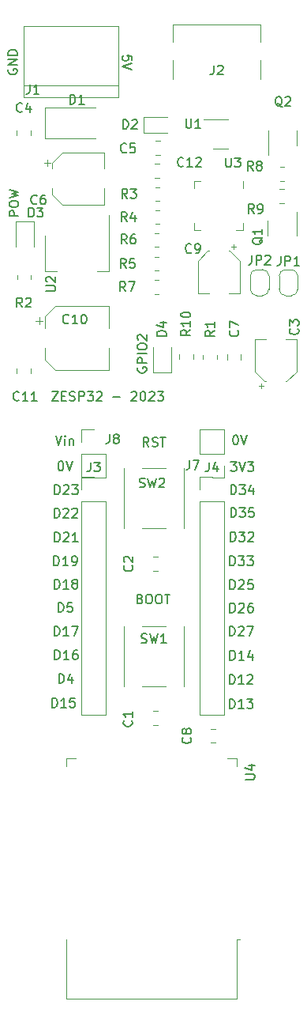
<source format=gbr>
%TF.GenerationSoftware,KiCad,Pcbnew,(6.0.11-0)*%
%TF.CreationDate,2023-11-09T08:58:10+01:00*%
%TF.ProjectId,ZESP32,5a455350-3332-42e6-9b69-6361645f7063,rev?*%
%TF.SameCoordinates,Original*%
%TF.FileFunction,Legend,Top*%
%TF.FilePolarity,Positive*%
%FSLAX46Y46*%
G04 Gerber Fmt 4.6, Leading zero omitted, Abs format (unit mm)*
G04 Created by KiCad (PCBNEW (6.0.11-0)) date 2023-11-09 08:58:10*
%MOMM*%
%LPD*%
G01*
G04 APERTURE LIST*
%ADD10C,0.150000*%
%ADD11C,0.120000*%
G04 APERTURE END LIST*
D10*
X97353380Y-89419380D02*
X97020047Y-88943190D01*
X96781952Y-89419380D02*
X96781952Y-88419380D01*
X97162904Y-88419380D01*
X97258142Y-88467000D01*
X97305761Y-88514619D01*
X97353380Y-88609857D01*
X97353380Y-88752714D01*
X97305761Y-88847952D01*
X97258142Y-88895571D01*
X97162904Y-88943190D01*
X96781952Y-88943190D01*
X97734333Y-89371761D02*
X97877190Y-89419380D01*
X98115285Y-89419380D01*
X98210523Y-89371761D01*
X98258142Y-89324142D01*
X98305761Y-89228904D01*
X98305761Y-89133666D01*
X98258142Y-89038428D01*
X98210523Y-88990809D01*
X98115285Y-88943190D01*
X97924809Y-88895571D01*
X97829571Y-88847952D01*
X97781952Y-88800333D01*
X97734333Y-88705095D01*
X97734333Y-88609857D01*
X97781952Y-88514619D01*
X97829571Y-88467000D01*
X97924809Y-88419380D01*
X98162904Y-88419380D01*
X98305761Y-88467000D01*
X98591476Y-88419380D02*
X99162904Y-88419380D01*
X98877190Y-89419380D02*
X98877190Y-88419380D01*
X96432857Y-105719571D02*
X96575714Y-105767190D01*
X96623333Y-105814809D01*
X96670952Y-105910047D01*
X96670952Y-106052904D01*
X96623333Y-106148142D01*
X96575714Y-106195761D01*
X96480476Y-106243380D01*
X96099523Y-106243380D01*
X96099523Y-105243380D01*
X96432857Y-105243380D01*
X96528095Y-105291000D01*
X96575714Y-105338619D01*
X96623333Y-105433857D01*
X96623333Y-105529095D01*
X96575714Y-105624333D01*
X96528095Y-105671952D01*
X96432857Y-105719571D01*
X96099523Y-105719571D01*
X97290000Y-105243380D02*
X97480476Y-105243380D01*
X97575714Y-105291000D01*
X97670952Y-105386238D01*
X97718571Y-105576714D01*
X97718571Y-105910047D01*
X97670952Y-106100523D01*
X97575714Y-106195761D01*
X97480476Y-106243380D01*
X97290000Y-106243380D01*
X97194761Y-106195761D01*
X97099523Y-106100523D01*
X97051904Y-105910047D01*
X97051904Y-105576714D01*
X97099523Y-105386238D01*
X97194761Y-105291000D01*
X97290000Y-105243380D01*
X98337619Y-105243380D02*
X98528095Y-105243380D01*
X98623333Y-105291000D01*
X98718571Y-105386238D01*
X98766190Y-105576714D01*
X98766190Y-105910047D01*
X98718571Y-106100523D01*
X98623333Y-106195761D01*
X98528095Y-106243380D01*
X98337619Y-106243380D01*
X98242380Y-106195761D01*
X98147142Y-106100523D01*
X98099523Y-105910047D01*
X98099523Y-105576714D01*
X98147142Y-105386238D01*
X98242380Y-105291000D01*
X98337619Y-105243380D01*
X99051904Y-105243380D02*
X99623333Y-105243380D01*
X99337619Y-106243380D02*
X99337619Y-105243380D01*
X87279314Y-112212380D02*
X87279314Y-111212380D01*
X87517409Y-111212380D01*
X87660266Y-111260000D01*
X87755504Y-111355238D01*
X87803123Y-111450476D01*
X87850742Y-111640952D01*
X87850742Y-111783809D01*
X87803123Y-111974285D01*
X87755504Y-112069523D01*
X87660266Y-112164761D01*
X87517409Y-112212380D01*
X87279314Y-112212380D01*
X88803123Y-112212380D02*
X88231695Y-112212380D01*
X88517409Y-112212380D02*
X88517409Y-111212380D01*
X88422171Y-111355238D01*
X88326933Y-111450476D01*
X88231695Y-111498095D01*
X89660266Y-111212380D02*
X89469790Y-111212380D01*
X89374552Y-111260000D01*
X89326933Y-111307619D01*
X89231695Y-111450476D01*
X89184076Y-111640952D01*
X89184076Y-112021904D01*
X89231695Y-112117142D01*
X89279314Y-112164761D01*
X89374552Y-112212380D01*
X89565028Y-112212380D01*
X89660266Y-112164761D01*
X89707885Y-112117142D01*
X89755504Y-112021904D01*
X89755504Y-111783809D01*
X89707885Y-111688571D01*
X89660266Y-111640952D01*
X89565028Y-111593333D01*
X89374552Y-111593333D01*
X89279314Y-111640952D01*
X89231695Y-111688571D01*
X89184076Y-111783809D01*
X106075314Y-112263180D02*
X106075314Y-111263180D01*
X106313409Y-111263180D01*
X106456266Y-111310800D01*
X106551504Y-111406038D01*
X106599123Y-111501276D01*
X106646742Y-111691752D01*
X106646742Y-111834609D01*
X106599123Y-112025085D01*
X106551504Y-112120323D01*
X106456266Y-112215561D01*
X106313409Y-112263180D01*
X106075314Y-112263180D01*
X107599123Y-112263180D02*
X107027695Y-112263180D01*
X107313409Y-112263180D02*
X107313409Y-111263180D01*
X107218171Y-111406038D01*
X107122933Y-111501276D01*
X107027695Y-111548895D01*
X108456266Y-111596514D02*
X108456266Y-112263180D01*
X108218171Y-111215561D02*
X107980076Y-111929847D01*
X108599123Y-111929847D01*
X106075314Y-102153980D02*
X106075314Y-101153980D01*
X106313409Y-101153980D01*
X106456266Y-101201600D01*
X106551504Y-101296838D01*
X106599123Y-101392076D01*
X106646742Y-101582552D01*
X106646742Y-101725409D01*
X106599123Y-101915885D01*
X106551504Y-102011123D01*
X106456266Y-102106361D01*
X106313409Y-102153980D01*
X106075314Y-102153980D01*
X106980076Y-101153980D02*
X107599123Y-101153980D01*
X107265790Y-101534933D01*
X107408647Y-101534933D01*
X107503885Y-101582552D01*
X107551504Y-101630171D01*
X107599123Y-101725409D01*
X107599123Y-101963504D01*
X107551504Y-102058742D01*
X107503885Y-102106361D01*
X107408647Y-102153980D01*
X107122933Y-102153980D01*
X107027695Y-102106361D01*
X106980076Y-102058742D01*
X107932457Y-101153980D02*
X108551504Y-101153980D01*
X108218171Y-101534933D01*
X108361028Y-101534933D01*
X108456266Y-101582552D01*
X108503885Y-101630171D01*
X108551504Y-101725409D01*
X108551504Y-101963504D01*
X108503885Y-102058742D01*
X108456266Y-102106361D01*
X108361028Y-102153980D01*
X108075314Y-102153980D01*
X107980076Y-102106361D01*
X107932457Y-102058742D01*
X87177714Y-102153980D02*
X87177714Y-101153980D01*
X87415809Y-101153980D01*
X87558666Y-101201600D01*
X87653904Y-101296838D01*
X87701523Y-101392076D01*
X87749142Y-101582552D01*
X87749142Y-101725409D01*
X87701523Y-101915885D01*
X87653904Y-102011123D01*
X87558666Y-102106361D01*
X87415809Y-102153980D01*
X87177714Y-102153980D01*
X88701523Y-102153980D02*
X88130095Y-102153980D01*
X88415809Y-102153980D02*
X88415809Y-101153980D01*
X88320571Y-101296838D01*
X88225333Y-101392076D01*
X88130095Y-101439695D01*
X89177714Y-102153980D02*
X89368190Y-102153980D01*
X89463428Y-102106361D01*
X89511047Y-102058742D01*
X89606285Y-101915885D01*
X89653904Y-101725409D01*
X89653904Y-101344457D01*
X89606285Y-101249219D01*
X89558666Y-101201600D01*
X89463428Y-101153980D01*
X89272952Y-101153980D01*
X89177714Y-101201600D01*
X89130095Y-101249219D01*
X89082476Y-101344457D01*
X89082476Y-101582552D01*
X89130095Y-101677790D01*
X89177714Y-101725409D01*
X89272952Y-101773028D01*
X89463428Y-101773028D01*
X89558666Y-101725409D01*
X89606285Y-101677790D01*
X89653904Y-101582552D01*
X87228514Y-97023180D02*
X87228514Y-96023180D01*
X87466609Y-96023180D01*
X87609466Y-96070800D01*
X87704704Y-96166038D01*
X87752323Y-96261276D01*
X87799942Y-96451752D01*
X87799942Y-96594609D01*
X87752323Y-96785085D01*
X87704704Y-96880323D01*
X87609466Y-96975561D01*
X87466609Y-97023180D01*
X87228514Y-97023180D01*
X88180895Y-96118419D02*
X88228514Y-96070800D01*
X88323752Y-96023180D01*
X88561847Y-96023180D01*
X88657085Y-96070800D01*
X88704704Y-96118419D01*
X88752323Y-96213657D01*
X88752323Y-96308895D01*
X88704704Y-96451752D01*
X88133276Y-97023180D01*
X88752323Y-97023180D01*
X89133276Y-96118419D02*
X89180895Y-96070800D01*
X89276133Y-96023180D01*
X89514228Y-96023180D01*
X89609466Y-96070800D01*
X89657085Y-96118419D01*
X89704704Y-96213657D01*
X89704704Y-96308895D01*
X89657085Y-96451752D01*
X89085657Y-97023180D01*
X89704704Y-97023180D01*
X87865009Y-90993980D02*
X87960247Y-90993980D01*
X88055485Y-91041600D01*
X88103104Y-91089219D01*
X88150723Y-91184457D01*
X88198342Y-91374933D01*
X88198342Y-91613028D01*
X88150723Y-91803504D01*
X88103104Y-91898742D01*
X88055485Y-91946361D01*
X87960247Y-91993980D01*
X87865009Y-91993980D01*
X87769771Y-91946361D01*
X87722152Y-91898742D01*
X87674533Y-91803504D01*
X87626914Y-91613028D01*
X87626914Y-91374933D01*
X87674533Y-91184457D01*
X87722152Y-91089219D01*
X87769771Y-91041600D01*
X87865009Y-90993980D01*
X88484057Y-90993980D02*
X88817390Y-91993980D01*
X89150723Y-90993980D01*
X82304000Y-49021904D02*
X82256380Y-49117142D01*
X82256380Y-49260000D01*
X82304000Y-49402857D01*
X82399238Y-49498095D01*
X82494476Y-49545714D01*
X82684952Y-49593333D01*
X82827809Y-49593333D01*
X83018285Y-49545714D01*
X83113523Y-49498095D01*
X83208761Y-49402857D01*
X83256380Y-49260000D01*
X83256380Y-49164761D01*
X83208761Y-49021904D01*
X83161142Y-48974285D01*
X82827809Y-48974285D01*
X82827809Y-49164761D01*
X83256380Y-48545714D02*
X82256380Y-48545714D01*
X83256380Y-47974285D01*
X82256380Y-47974285D01*
X83256380Y-47498095D02*
X82256380Y-47498095D01*
X82256380Y-47260000D01*
X82304000Y-47117142D01*
X82399238Y-47021904D01*
X82494476Y-46974285D01*
X82684952Y-46926666D01*
X82827809Y-46926666D01*
X83018285Y-46974285D01*
X83113523Y-47021904D01*
X83208761Y-47117142D01*
X83256380Y-47260000D01*
X83256380Y-47498095D01*
X87279314Y-99613980D02*
X87279314Y-98613980D01*
X87517409Y-98613980D01*
X87660266Y-98661600D01*
X87755504Y-98756838D01*
X87803123Y-98852076D01*
X87850742Y-99042552D01*
X87850742Y-99185409D01*
X87803123Y-99375885D01*
X87755504Y-99471123D01*
X87660266Y-99566361D01*
X87517409Y-99613980D01*
X87279314Y-99613980D01*
X88231695Y-98709219D02*
X88279314Y-98661600D01*
X88374552Y-98613980D01*
X88612647Y-98613980D01*
X88707885Y-98661600D01*
X88755504Y-98709219D01*
X88803123Y-98804457D01*
X88803123Y-98899695D01*
X88755504Y-99042552D01*
X88184076Y-99613980D01*
X88803123Y-99613980D01*
X89755504Y-99613980D02*
X89184076Y-99613980D01*
X89469790Y-99613980D02*
X89469790Y-98613980D01*
X89374552Y-98756838D01*
X89279314Y-98852076D01*
X89184076Y-98899695D01*
X106024514Y-117444780D02*
X106024514Y-116444780D01*
X106262609Y-116444780D01*
X106405466Y-116492400D01*
X106500704Y-116587638D01*
X106548323Y-116682876D01*
X106595942Y-116873352D01*
X106595942Y-117016209D01*
X106548323Y-117206685D01*
X106500704Y-117301923D01*
X106405466Y-117397161D01*
X106262609Y-117444780D01*
X106024514Y-117444780D01*
X107548323Y-117444780D02*
X106976895Y-117444780D01*
X107262609Y-117444780D02*
X107262609Y-116444780D01*
X107167371Y-116587638D01*
X107072133Y-116682876D01*
X106976895Y-116730495D01*
X107881657Y-116444780D02*
X108500704Y-116444780D01*
X108167371Y-116825733D01*
X108310228Y-116825733D01*
X108405466Y-116873352D01*
X108453085Y-116920971D01*
X108500704Y-117016209D01*
X108500704Y-117254304D01*
X108453085Y-117349542D01*
X108405466Y-117397161D01*
X108310228Y-117444780D01*
X108024514Y-117444780D01*
X107929276Y-117397161D01*
X107881657Y-117349542D01*
X106075314Y-104693980D02*
X106075314Y-103693980D01*
X106313409Y-103693980D01*
X106456266Y-103741600D01*
X106551504Y-103836838D01*
X106599123Y-103932076D01*
X106646742Y-104122552D01*
X106646742Y-104265409D01*
X106599123Y-104455885D01*
X106551504Y-104551123D01*
X106456266Y-104646361D01*
X106313409Y-104693980D01*
X106075314Y-104693980D01*
X107027695Y-103789219D02*
X107075314Y-103741600D01*
X107170552Y-103693980D01*
X107408647Y-103693980D01*
X107503885Y-103741600D01*
X107551504Y-103789219D01*
X107599123Y-103884457D01*
X107599123Y-103979695D01*
X107551504Y-104122552D01*
X106980076Y-104693980D01*
X107599123Y-104693980D01*
X108503885Y-103693980D02*
X108027695Y-103693980D01*
X107980076Y-104170171D01*
X108027695Y-104122552D01*
X108122933Y-104074933D01*
X108361028Y-104074933D01*
X108456266Y-104122552D01*
X108503885Y-104170171D01*
X108551504Y-104265409D01*
X108551504Y-104503504D01*
X108503885Y-104598742D01*
X108456266Y-104646361D01*
X108361028Y-104693980D01*
X108122933Y-104693980D01*
X108027695Y-104646361D01*
X107980076Y-104598742D01*
X86964000Y-83526380D02*
X87630666Y-83526380D01*
X86964000Y-84526380D01*
X87630666Y-84526380D01*
X88011619Y-84002571D02*
X88344952Y-84002571D01*
X88487809Y-84526380D02*
X88011619Y-84526380D01*
X88011619Y-83526380D01*
X88487809Y-83526380D01*
X88868761Y-84478761D02*
X89011619Y-84526380D01*
X89249714Y-84526380D01*
X89344952Y-84478761D01*
X89392571Y-84431142D01*
X89440190Y-84335904D01*
X89440190Y-84240666D01*
X89392571Y-84145428D01*
X89344952Y-84097809D01*
X89249714Y-84050190D01*
X89059238Y-84002571D01*
X88964000Y-83954952D01*
X88916380Y-83907333D01*
X88868761Y-83812095D01*
X88868761Y-83716857D01*
X88916380Y-83621619D01*
X88964000Y-83574000D01*
X89059238Y-83526380D01*
X89297333Y-83526380D01*
X89440190Y-83574000D01*
X89868761Y-84526380D02*
X89868761Y-83526380D01*
X90249714Y-83526380D01*
X90344952Y-83574000D01*
X90392571Y-83621619D01*
X90440190Y-83716857D01*
X90440190Y-83859714D01*
X90392571Y-83954952D01*
X90344952Y-84002571D01*
X90249714Y-84050190D01*
X89868761Y-84050190D01*
X90773523Y-83526380D02*
X91392571Y-83526380D01*
X91059238Y-83907333D01*
X91202095Y-83907333D01*
X91297333Y-83954952D01*
X91344952Y-84002571D01*
X91392571Y-84097809D01*
X91392571Y-84335904D01*
X91344952Y-84431142D01*
X91297333Y-84478761D01*
X91202095Y-84526380D01*
X90916380Y-84526380D01*
X90821142Y-84478761D01*
X90773523Y-84431142D01*
X91773523Y-83621619D02*
X91821142Y-83574000D01*
X91916380Y-83526380D01*
X92154476Y-83526380D01*
X92249714Y-83574000D01*
X92297333Y-83621619D01*
X92344952Y-83716857D01*
X92344952Y-83812095D01*
X92297333Y-83954952D01*
X91725904Y-84526380D01*
X92344952Y-84526380D01*
X93535428Y-84145428D02*
X94297333Y-84145428D01*
X95487809Y-83621619D02*
X95535428Y-83574000D01*
X95630666Y-83526380D01*
X95868761Y-83526380D01*
X95964000Y-83574000D01*
X96011619Y-83621619D01*
X96059238Y-83716857D01*
X96059238Y-83812095D01*
X96011619Y-83954952D01*
X95440190Y-84526380D01*
X96059238Y-84526380D01*
X96678285Y-83526380D02*
X96773523Y-83526380D01*
X96868761Y-83574000D01*
X96916380Y-83621619D01*
X96964000Y-83716857D01*
X97011619Y-83907333D01*
X97011619Y-84145428D01*
X96964000Y-84335904D01*
X96916380Y-84431142D01*
X96868761Y-84478761D01*
X96773523Y-84526380D01*
X96678285Y-84526380D01*
X96583047Y-84478761D01*
X96535428Y-84431142D01*
X96487809Y-84335904D01*
X96440190Y-84145428D01*
X96440190Y-83907333D01*
X96487809Y-83716857D01*
X96535428Y-83621619D01*
X96583047Y-83574000D01*
X96678285Y-83526380D01*
X97392571Y-83621619D02*
X97440190Y-83574000D01*
X97535428Y-83526380D01*
X97773523Y-83526380D01*
X97868761Y-83574000D01*
X97916380Y-83621619D01*
X97963999Y-83716857D01*
X97963999Y-83812095D01*
X97916380Y-83954952D01*
X97344952Y-84526380D01*
X97963999Y-84526380D01*
X98297333Y-83526380D02*
X98916380Y-83526380D01*
X98583047Y-83907333D01*
X98725904Y-83907333D01*
X98821142Y-83954952D01*
X98868761Y-84002571D01*
X98916380Y-84097809D01*
X98916380Y-84335904D01*
X98868761Y-84431142D01*
X98821142Y-84478761D01*
X98725904Y-84526380D01*
X98440190Y-84526380D01*
X98344952Y-84478761D01*
X98297333Y-84431142D01*
X106075314Y-107183180D02*
X106075314Y-106183180D01*
X106313409Y-106183180D01*
X106456266Y-106230800D01*
X106551504Y-106326038D01*
X106599123Y-106421276D01*
X106646742Y-106611752D01*
X106646742Y-106754609D01*
X106599123Y-106945085D01*
X106551504Y-107040323D01*
X106456266Y-107135561D01*
X106313409Y-107183180D01*
X106075314Y-107183180D01*
X107027695Y-106278419D02*
X107075314Y-106230800D01*
X107170552Y-106183180D01*
X107408647Y-106183180D01*
X107503885Y-106230800D01*
X107551504Y-106278419D01*
X107599123Y-106373657D01*
X107599123Y-106468895D01*
X107551504Y-106611752D01*
X106980076Y-107183180D01*
X107599123Y-107183180D01*
X108456266Y-106183180D02*
X108265790Y-106183180D01*
X108170552Y-106230800D01*
X108122933Y-106278419D01*
X108027695Y-106421276D01*
X107980076Y-106611752D01*
X107980076Y-106992704D01*
X108027695Y-107087942D01*
X108075314Y-107135561D01*
X108170552Y-107183180D01*
X108361028Y-107183180D01*
X108456266Y-107135561D01*
X108503885Y-107087942D01*
X108551504Y-106992704D01*
X108551504Y-106754609D01*
X108503885Y-106659371D01*
X108456266Y-106611752D01*
X108361028Y-106564133D01*
X108170552Y-106564133D01*
X108075314Y-106611752D01*
X108027695Y-106659371D01*
X107980076Y-106754609D01*
X106024514Y-109672380D02*
X106024514Y-108672380D01*
X106262609Y-108672380D01*
X106405466Y-108720000D01*
X106500704Y-108815238D01*
X106548323Y-108910476D01*
X106595942Y-109100952D01*
X106595942Y-109243809D01*
X106548323Y-109434285D01*
X106500704Y-109529523D01*
X106405466Y-109624761D01*
X106262609Y-109672380D01*
X106024514Y-109672380D01*
X106976895Y-108767619D02*
X107024514Y-108720000D01*
X107119752Y-108672380D01*
X107357847Y-108672380D01*
X107453085Y-108720000D01*
X107500704Y-108767619D01*
X107548323Y-108862857D01*
X107548323Y-108958095D01*
X107500704Y-109100952D01*
X106929276Y-109672380D01*
X107548323Y-109672380D01*
X107881657Y-108672380D02*
X108548323Y-108672380D01*
X108119752Y-109672380D01*
X87228514Y-104643180D02*
X87228514Y-103643180D01*
X87466609Y-103643180D01*
X87609466Y-103690800D01*
X87704704Y-103786038D01*
X87752323Y-103881276D01*
X87799942Y-104071752D01*
X87799942Y-104214609D01*
X87752323Y-104405085D01*
X87704704Y-104500323D01*
X87609466Y-104595561D01*
X87466609Y-104643180D01*
X87228514Y-104643180D01*
X88752323Y-104643180D02*
X88180895Y-104643180D01*
X88466609Y-104643180D02*
X88466609Y-103643180D01*
X88371371Y-103786038D01*
X88276133Y-103881276D01*
X88180895Y-103928895D01*
X89323752Y-104071752D02*
X89228514Y-104024133D01*
X89180895Y-103976514D01*
X89133276Y-103881276D01*
X89133276Y-103833657D01*
X89180895Y-103738419D01*
X89228514Y-103690800D01*
X89323752Y-103643180D01*
X89514228Y-103643180D01*
X89609466Y-103690800D01*
X89657085Y-103738419D01*
X89704704Y-103833657D01*
X89704704Y-103881276D01*
X89657085Y-103976514D01*
X89609466Y-104024133D01*
X89514228Y-104071752D01*
X89323752Y-104071752D01*
X89228514Y-104119371D01*
X89180895Y-104166990D01*
X89133276Y-104262228D01*
X89133276Y-104452704D01*
X89180895Y-104547942D01*
X89228514Y-104595561D01*
X89323752Y-104643180D01*
X89514228Y-104643180D01*
X89609466Y-104595561D01*
X89657085Y-104547942D01*
X89704704Y-104452704D01*
X89704704Y-104262228D01*
X89657085Y-104166990D01*
X89609466Y-104119371D01*
X89514228Y-104071752D01*
X106610209Y-88199980D02*
X106705447Y-88199980D01*
X106800685Y-88247600D01*
X106848304Y-88295219D01*
X106895923Y-88390457D01*
X106943542Y-88580933D01*
X106943542Y-88819028D01*
X106895923Y-89009504D01*
X106848304Y-89104742D01*
X106800685Y-89152361D01*
X106705447Y-89199980D01*
X106610209Y-89199980D01*
X106514971Y-89152361D01*
X106467352Y-89104742D01*
X106419733Y-89009504D01*
X106372114Y-88819028D01*
X106372114Y-88580933D01*
X106419733Y-88390457D01*
X106467352Y-88295219D01*
X106514971Y-88247600D01*
X106610209Y-88199980D01*
X107229257Y-88199980D02*
X107562590Y-89199980D01*
X107895923Y-88199980D01*
X106176914Y-94533980D02*
X106176914Y-93533980D01*
X106415009Y-93533980D01*
X106557866Y-93581600D01*
X106653104Y-93676838D01*
X106700723Y-93772076D01*
X106748342Y-93962552D01*
X106748342Y-94105409D01*
X106700723Y-94295885D01*
X106653104Y-94391123D01*
X106557866Y-94486361D01*
X106415009Y-94533980D01*
X106176914Y-94533980D01*
X107081676Y-93533980D02*
X107700723Y-93533980D01*
X107367390Y-93914933D01*
X107510247Y-93914933D01*
X107605485Y-93962552D01*
X107653104Y-94010171D01*
X107700723Y-94105409D01*
X107700723Y-94343504D01*
X107653104Y-94438742D01*
X107605485Y-94486361D01*
X107510247Y-94533980D01*
X107224533Y-94533980D01*
X107129295Y-94486361D01*
X107081676Y-94438742D01*
X108557866Y-93867314D02*
X108557866Y-94533980D01*
X108319771Y-93486361D02*
X108081676Y-94200647D01*
X108700723Y-94200647D01*
X106126114Y-99563180D02*
X106126114Y-98563180D01*
X106364209Y-98563180D01*
X106507066Y-98610800D01*
X106602304Y-98706038D01*
X106649923Y-98801276D01*
X106697542Y-98991752D01*
X106697542Y-99134609D01*
X106649923Y-99325085D01*
X106602304Y-99420323D01*
X106507066Y-99515561D01*
X106364209Y-99563180D01*
X106126114Y-99563180D01*
X107030876Y-98563180D02*
X107649923Y-98563180D01*
X107316590Y-98944133D01*
X107459447Y-98944133D01*
X107554685Y-98991752D01*
X107602304Y-99039371D01*
X107649923Y-99134609D01*
X107649923Y-99372704D01*
X107602304Y-99467942D01*
X107554685Y-99515561D01*
X107459447Y-99563180D01*
X107173733Y-99563180D01*
X107078495Y-99515561D01*
X107030876Y-99467942D01*
X108030876Y-98658419D02*
X108078495Y-98610800D01*
X108173733Y-98563180D01*
X108411828Y-98563180D01*
X108507066Y-98610800D01*
X108554685Y-98658419D01*
X108602304Y-98753657D01*
X108602304Y-98848895D01*
X108554685Y-98991752D01*
X107983257Y-99563180D01*
X108602304Y-99563180D01*
X106176914Y-96972380D02*
X106176914Y-95972380D01*
X106415009Y-95972380D01*
X106557866Y-96020000D01*
X106653104Y-96115238D01*
X106700723Y-96210476D01*
X106748342Y-96400952D01*
X106748342Y-96543809D01*
X106700723Y-96734285D01*
X106653104Y-96829523D01*
X106557866Y-96924761D01*
X106415009Y-96972380D01*
X106176914Y-96972380D01*
X107081676Y-95972380D02*
X107700723Y-95972380D01*
X107367390Y-96353333D01*
X107510247Y-96353333D01*
X107605485Y-96400952D01*
X107653104Y-96448571D01*
X107700723Y-96543809D01*
X107700723Y-96781904D01*
X107653104Y-96877142D01*
X107605485Y-96924761D01*
X107510247Y-96972380D01*
X107224533Y-96972380D01*
X107129295Y-96924761D01*
X107081676Y-96877142D01*
X108605485Y-95972380D02*
X108129295Y-95972380D01*
X108081676Y-96448571D01*
X108129295Y-96400952D01*
X108224533Y-96353333D01*
X108462628Y-96353333D01*
X108557866Y-96400952D01*
X108605485Y-96448571D01*
X108653104Y-96543809D01*
X108653104Y-96781904D01*
X108605485Y-96877142D01*
X108557866Y-96924761D01*
X108462628Y-96972380D01*
X108224533Y-96972380D01*
X108129295Y-96924761D01*
X108081676Y-96877142D01*
X96192800Y-80957790D02*
X96145180Y-81053028D01*
X96145180Y-81195885D01*
X96192800Y-81338742D01*
X96288038Y-81433980D01*
X96383276Y-81481600D01*
X96573752Y-81529219D01*
X96716609Y-81529219D01*
X96907085Y-81481600D01*
X97002323Y-81433980D01*
X97097561Y-81338742D01*
X97145180Y-81195885D01*
X97145180Y-81100647D01*
X97097561Y-80957790D01*
X97049942Y-80910171D01*
X96716609Y-80910171D01*
X96716609Y-81100647D01*
X97145180Y-80481600D02*
X96145180Y-80481600D01*
X96145180Y-80100647D01*
X96192800Y-80005409D01*
X96240419Y-79957790D01*
X96335657Y-79910171D01*
X96478514Y-79910171D01*
X96573752Y-79957790D01*
X96621371Y-80005409D01*
X96668990Y-80100647D01*
X96668990Y-80481600D01*
X97145180Y-79481600D02*
X96145180Y-79481600D01*
X96145180Y-78814933D02*
X96145180Y-78624457D01*
X96192800Y-78529219D01*
X96288038Y-78433980D01*
X96478514Y-78386361D01*
X96811847Y-78386361D01*
X97002323Y-78433980D01*
X97097561Y-78529219D01*
X97145180Y-78624457D01*
X97145180Y-78814933D01*
X97097561Y-78910171D01*
X97002323Y-79005409D01*
X96811847Y-79053028D01*
X96478514Y-79053028D01*
X96288038Y-79005409D01*
X96192800Y-78910171D01*
X96145180Y-78814933D01*
X96240419Y-78005409D02*
X96192800Y-77957790D01*
X96145180Y-77862552D01*
X96145180Y-77624457D01*
X96192800Y-77529219D01*
X96240419Y-77481600D01*
X96335657Y-77433980D01*
X96430895Y-77433980D01*
X96573752Y-77481600D01*
X97145180Y-78053028D01*
X97145180Y-77433980D01*
X87228514Y-109672380D02*
X87228514Y-108672380D01*
X87466609Y-108672380D01*
X87609466Y-108720000D01*
X87704704Y-108815238D01*
X87752323Y-108910476D01*
X87799942Y-109100952D01*
X87799942Y-109243809D01*
X87752323Y-109434285D01*
X87704704Y-109529523D01*
X87609466Y-109624761D01*
X87466609Y-109672380D01*
X87228514Y-109672380D01*
X88752323Y-109672380D02*
X88180895Y-109672380D01*
X88466609Y-109672380D02*
X88466609Y-108672380D01*
X88371371Y-108815238D01*
X88276133Y-108910476D01*
X88180895Y-108958095D01*
X89085657Y-108672380D02*
X89752323Y-108672380D01*
X89323752Y-109672380D01*
X106153104Y-91044780D02*
X106772152Y-91044780D01*
X106438819Y-91425733D01*
X106581676Y-91425733D01*
X106676914Y-91473352D01*
X106724533Y-91520971D01*
X106772152Y-91616209D01*
X106772152Y-91854304D01*
X106724533Y-91949542D01*
X106676914Y-91997161D01*
X106581676Y-92044780D01*
X106295961Y-92044780D01*
X106200723Y-91997161D01*
X106153104Y-91949542D01*
X107057866Y-91044780D02*
X107391200Y-92044780D01*
X107724533Y-91044780D01*
X107962628Y-91044780D02*
X108581676Y-91044780D01*
X108248342Y-91425733D01*
X108391200Y-91425733D01*
X108486438Y-91473352D01*
X108534057Y-91520971D01*
X108581676Y-91616209D01*
X108581676Y-91854304D01*
X108534057Y-91949542D01*
X108486438Y-91997161D01*
X108391200Y-92044780D01*
X108105485Y-92044780D01*
X108010247Y-91997161D01*
X107962628Y-91949542D01*
X87653904Y-107132380D02*
X87653904Y-106132380D01*
X87892000Y-106132380D01*
X88034857Y-106180000D01*
X88130095Y-106275238D01*
X88177714Y-106370476D01*
X88225333Y-106560952D01*
X88225333Y-106703809D01*
X88177714Y-106894285D01*
X88130095Y-106989523D01*
X88034857Y-107084761D01*
X87892000Y-107132380D01*
X87653904Y-107132380D01*
X89130095Y-106132380D02*
X88653904Y-106132380D01*
X88606285Y-106608571D01*
X88653904Y-106560952D01*
X88749142Y-106513333D01*
X88987238Y-106513333D01*
X89082476Y-106560952D01*
X89130095Y-106608571D01*
X89177714Y-106703809D01*
X89177714Y-106941904D01*
X89130095Y-107037142D01*
X89082476Y-107084761D01*
X88987238Y-107132380D01*
X88749142Y-107132380D01*
X88653904Y-107084761D01*
X88606285Y-107037142D01*
X87368190Y-88250780D02*
X87701523Y-89250780D01*
X88034857Y-88250780D01*
X88368190Y-89250780D02*
X88368190Y-88584114D01*
X88368190Y-88250780D02*
X88320571Y-88298400D01*
X88368190Y-88346019D01*
X88415809Y-88298400D01*
X88368190Y-88250780D01*
X88368190Y-88346019D01*
X88844380Y-88584114D02*
X88844380Y-89250780D01*
X88844380Y-88679352D02*
X88892000Y-88631733D01*
X88987238Y-88584114D01*
X89130095Y-88584114D01*
X89225333Y-88631733D01*
X89272952Y-88726971D01*
X89272952Y-89250780D01*
X95543619Y-48069523D02*
X95543619Y-47593333D01*
X95067428Y-47545714D01*
X95115047Y-47593333D01*
X95162666Y-47688571D01*
X95162666Y-47926666D01*
X95115047Y-48021904D01*
X95067428Y-48069523D01*
X94972190Y-48117142D01*
X94734095Y-48117142D01*
X94638857Y-48069523D01*
X94591238Y-48021904D01*
X94543619Y-47926666D01*
X94543619Y-47688571D01*
X94591238Y-47593333D01*
X94638857Y-47545714D01*
X95543619Y-48402857D02*
X94543619Y-48736190D01*
X95543619Y-49069523D01*
X87279314Y-94533980D02*
X87279314Y-93533980D01*
X87517409Y-93533980D01*
X87660266Y-93581600D01*
X87755504Y-93676838D01*
X87803123Y-93772076D01*
X87850742Y-93962552D01*
X87850742Y-94105409D01*
X87803123Y-94295885D01*
X87755504Y-94391123D01*
X87660266Y-94486361D01*
X87517409Y-94533980D01*
X87279314Y-94533980D01*
X88231695Y-93629219D02*
X88279314Y-93581600D01*
X88374552Y-93533980D01*
X88612647Y-93533980D01*
X88707885Y-93581600D01*
X88755504Y-93629219D01*
X88803123Y-93724457D01*
X88803123Y-93819695D01*
X88755504Y-93962552D01*
X88184076Y-94533980D01*
X88803123Y-94533980D01*
X89136457Y-93533980D02*
X89755504Y-93533980D01*
X89422171Y-93914933D01*
X89565028Y-93914933D01*
X89660266Y-93962552D01*
X89707885Y-94010171D01*
X89755504Y-94105409D01*
X89755504Y-94343504D01*
X89707885Y-94438742D01*
X89660266Y-94486361D01*
X89565028Y-94533980D01*
X89279314Y-94533980D01*
X89184076Y-94486361D01*
X89136457Y-94438742D01*
X83383380Y-64730142D02*
X82383380Y-64730142D01*
X82383380Y-64349190D01*
X82431000Y-64253952D01*
X82478619Y-64206333D01*
X82573857Y-64158714D01*
X82716714Y-64158714D01*
X82811952Y-64206333D01*
X82859571Y-64253952D01*
X82907190Y-64349190D01*
X82907190Y-64730142D01*
X82383380Y-63539666D02*
X82383380Y-63349190D01*
X82431000Y-63253952D01*
X82526238Y-63158714D01*
X82716714Y-63111095D01*
X83050047Y-63111095D01*
X83240523Y-63158714D01*
X83335761Y-63253952D01*
X83383380Y-63349190D01*
X83383380Y-63539666D01*
X83335761Y-63634904D01*
X83240523Y-63730142D01*
X83050047Y-63777761D01*
X82716714Y-63777761D01*
X82526238Y-63730142D01*
X82431000Y-63634904D01*
X82383380Y-63539666D01*
X82383380Y-62777761D02*
X83383380Y-62539666D01*
X82669095Y-62349190D01*
X83383380Y-62158714D01*
X82383380Y-61920619D01*
X106024514Y-114853980D02*
X106024514Y-113853980D01*
X106262609Y-113853980D01*
X106405466Y-113901600D01*
X106500704Y-113996838D01*
X106548323Y-114092076D01*
X106595942Y-114282552D01*
X106595942Y-114425409D01*
X106548323Y-114615885D01*
X106500704Y-114711123D01*
X106405466Y-114806361D01*
X106262609Y-114853980D01*
X106024514Y-114853980D01*
X107548323Y-114853980D02*
X106976895Y-114853980D01*
X107262609Y-114853980D02*
X107262609Y-113853980D01*
X107167371Y-113996838D01*
X107072133Y-114092076D01*
X106976895Y-114139695D01*
X107929276Y-113949219D02*
X107976895Y-113901600D01*
X108072133Y-113853980D01*
X108310228Y-113853980D01*
X108405466Y-113901600D01*
X108453085Y-113949219D01*
X108500704Y-114044457D01*
X108500704Y-114139695D01*
X108453085Y-114282552D01*
X107881657Y-114853980D01*
X108500704Y-114853980D01*
X87704704Y-114752380D02*
X87704704Y-113752380D01*
X87942800Y-113752380D01*
X88085657Y-113800000D01*
X88180895Y-113895238D01*
X88228514Y-113990476D01*
X88276133Y-114180952D01*
X88276133Y-114323809D01*
X88228514Y-114514285D01*
X88180895Y-114609523D01*
X88085657Y-114704761D01*
X87942800Y-114752380D01*
X87704704Y-114752380D01*
X89133276Y-114085714D02*
X89133276Y-114752380D01*
X88895180Y-113704761D02*
X88657085Y-114419047D01*
X89276133Y-114419047D01*
X86974514Y-117343180D02*
X86974514Y-116343180D01*
X87212609Y-116343180D01*
X87355466Y-116390800D01*
X87450704Y-116486038D01*
X87498323Y-116581276D01*
X87545942Y-116771752D01*
X87545942Y-116914609D01*
X87498323Y-117105085D01*
X87450704Y-117200323D01*
X87355466Y-117295561D01*
X87212609Y-117343180D01*
X86974514Y-117343180D01*
X88498323Y-117343180D02*
X87926895Y-117343180D01*
X88212609Y-117343180D02*
X88212609Y-116343180D01*
X88117371Y-116486038D01*
X88022133Y-116581276D01*
X87926895Y-116628895D01*
X89403085Y-116343180D02*
X88926895Y-116343180D01*
X88879276Y-116819371D01*
X88926895Y-116771752D01*
X89022133Y-116724133D01*
X89260228Y-116724133D01*
X89355466Y-116771752D01*
X89403085Y-116819371D01*
X89450704Y-116914609D01*
X89450704Y-117152704D01*
X89403085Y-117247942D01*
X89355466Y-117295561D01*
X89260228Y-117343180D01*
X89022133Y-117343180D01*
X88926895Y-117295561D01*
X88879276Y-117247942D01*
%TO.C,J8*%
X93138666Y-88098380D02*
X93138666Y-88812666D01*
X93091047Y-88955523D01*
X92995809Y-89050761D01*
X92852952Y-89098380D01*
X92757714Y-89098380D01*
X93757714Y-88526952D02*
X93662476Y-88479333D01*
X93614857Y-88431714D01*
X93567238Y-88336476D01*
X93567238Y-88288857D01*
X93614857Y-88193619D01*
X93662476Y-88146000D01*
X93757714Y-88098380D01*
X93948190Y-88098380D01*
X94043428Y-88146000D01*
X94091047Y-88193619D01*
X94138666Y-88288857D01*
X94138666Y-88336476D01*
X94091047Y-88431714D01*
X94043428Y-88479333D01*
X93948190Y-88526952D01*
X93757714Y-88526952D01*
X93662476Y-88574571D01*
X93614857Y-88622190D01*
X93567238Y-88717428D01*
X93567238Y-88907904D01*
X93614857Y-89003142D01*
X93662476Y-89050761D01*
X93757714Y-89098380D01*
X93948190Y-89098380D01*
X94043428Y-89050761D01*
X94091047Y-89003142D01*
X94138666Y-88907904D01*
X94138666Y-88717428D01*
X94091047Y-88622190D01*
X94043428Y-88574571D01*
X93948190Y-88526952D01*
%TO.C,SW1*%
X96567666Y-110412161D02*
X96710523Y-110459780D01*
X96948619Y-110459780D01*
X97043857Y-110412161D01*
X97091476Y-110364542D01*
X97139095Y-110269304D01*
X97139095Y-110174066D01*
X97091476Y-110078828D01*
X97043857Y-110031209D01*
X96948619Y-109983590D01*
X96758142Y-109935971D01*
X96662904Y-109888352D01*
X96615285Y-109840733D01*
X96567666Y-109745495D01*
X96567666Y-109650257D01*
X96615285Y-109555019D01*
X96662904Y-109507400D01*
X96758142Y-109459780D01*
X96996238Y-109459780D01*
X97139095Y-109507400D01*
X97472428Y-109459780D02*
X97710523Y-110459780D01*
X97901000Y-109745495D01*
X98091476Y-110459780D01*
X98329571Y-109459780D01*
X99234333Y-110459780D02*
X98662904Y-110459780D01*
X98948619Y-110459780D02*
X98948619Y-109459780D01*
X98853380Y-109602638D01*
X98758142Y-109697876D01*
X98662904Y-109745495D01*
%TO.C,JP2*%
X108407066Y-68926380D02*
X108407066Y-69640666D01*
X108359447Y-69783523D01*
X108264209Y-69878761D01*
X108121352Y-69926380D01*
X108026114Y-69926380D01*
X108883257Y-69926380D02*
X108883257Y-68926380D01*
X109264209Y-68926380D01*
X109359447Y-68974000D01*
X109407066Y-69021619D01*
X109454685Y-69116857D01*
X109454685Y-69259714D01*
X109407066Y-69354952D01*
X109359447Y-69402571D01*
X109264209Y-69450190D01*
X108883257Y-69450190D01*
X109835638Y-69021619D02*
X109883257Y-68974000D01*
X109978495Y-68926380D01*
X110216590Y-68926380D01*
X110311828Y-68974000D01*
X110359447Y-69021619D01*
X110407066Y-69116857D01*
X110407066Y-69212095D01*
X110359447Y-69354952D01*
X109788019Y-69926380D01*
X110407066Y-69926380D01*
%TO.C,Q1*%
X109589819Y-67024238D02*
X109542200Y-67119476D01*
X109446961Y-67214714D01*
X109304104Y-67357571D01*
X109256485Y-67452809D01*
X109256485Y-67548047D01*
X109494580Y-67500428D02*
X109446961Y-67595666D01*
X109351723Y-67690904D01*
X109161247Y-67738523D01*
X108827914Y-67738523D01*
X108637438Y-67690904D01*
X108542200Y-67595666D01*
X108494580Y-67500428D01*
X108494580Y-67309952D01*
X108542200Y-67214714D01*
X108637438Y-67119476D01*
X108827914Y-67071857D01*
X109161247Y-67071857D01*
X109351723Y-67119476D01*
X109446961Y-67214714D01*
X109494580Y-67309952D01*
X109494580Y-67500428D01*
X109494580Y-66119476D02*
X109494580Y-66690904D01*
X109494580Y-66405190D02*
X108494580Y-66405190D01*
X108637438Y-66500428D01*
X108732676Y-66595666D01*
X108780295Y-66690904D01*
%TO.C,C9*%
X101910933Y-68611942D02*
X101863314Y-68659561D01*
X101720457Y-68707180D01*
X101625219Y-68707180D01*
X101482361Y-68659561D01*
X101387123Y-68564323D01*
X101339504Y-68469085D01*
X101291885Y-68278609D01*
X101291885Y-68135752D01*
X101339504Y-67945276D01*
X101387123Y-67850038D01*
X101482361Y-67754800D01*
X101625219Y-67707180D01*
X101720457Y-67707180D01*
X101863314Y-67754800D01*
X101910933Y-67802419D01*
X102387123Y-68707180D02*
X102577600Y-68707180D01*
X102672838Y-68659561D01*
X102720457Y-68611942D01*
X102815695Y-68469085D01*
X102863314Y-68278609D01*
X102863314Y-67897657D01*
X102815695Y-67802419D01*
X102768076Y-67754800D01*
X102672838Y-67707180D01*
X102482361Y-67707180D01*
X102387123Y-67754800D01*
X102339504Y-67802419D01*
X102291885Y-67897657D01*
X102291885Y-68135752D01*
X102339504Y-68230990D01*
X102387123Y-68278609D01*
X102482361Y-68326228D01*
X102672838Y-68326228D01*
X102768076Y-68278609D01*
X102815695Y-68230990D01*
X102863314Y-68135752D01*
%TO.C,R8*%
X108545333Y-59862980D02*
X108212000Y-59386790D01*
X107973904Y-59862980D02*
X107973904Y-58862980D01*
X108354857Y-58862980D01*
X108450095Y-58910600D01*
X108497714Y-58958219D01*
X108545333Y-59053457D01*
X108545333Y-59196314D01*
X108497714Y-59291552D01*
X108450095Y-59339171D01*
X108354857Y-59386790D01*
X107973904Y-59386790D01*
X109116761Y-59291552D02*
X109021523Y-59243933D01*
X108973904Y-59196314D01*
X108926285Y-59101076D01*
X108926285Y-59053457D01*
X108973904Y-58958219D01*
X109021523Y-58910600D01*
X109116761Y-58862980D01*
X109307238Y-58862980D01*
X109402476Y-58910600D01*
X109450095Y-58958219D01*
X109497714Y-59053457D01*
X109497714Y-59101076D01*
X109450095Y-59196314D01*
X109402476Y-59243933D01*
X109307238Y-59291552D01*
X109116761Y-59291552D01*
X109021523Y-59339171D01*
X108973904Y-59386790D01*
X108926285Y-59482028D01*
X108926285Y-59672504D01*
X108973904Y-59767742D01*
X109021523Y-59815361D01*
X109116761Y-59862980D01*
X109307238Y-59862980D01*
X109402476Y-59815361D01*
X109450095Y-59767742D01*
X109497714Y-59672504D01*
X109497714Y-59482028D01*
X109450095Y-59386790D01*
X109402476Y-59339171D01*
X109307238Y-59291552D01*
%TO.C,C3*%
X113356742Y-76803466D02*
X113404361Y-76851085D01*
X113451980Y-76993942D01*
X113451980Y-77089180D01*
X113404361Y-77232038D01*
X113309123Y-77327276D01*
X113213885Y-77374895D01*
X113023409Y-77422514D01*
X112880552Y-77422514D01*
X112690076Y-77374895D01*
X112594838Y-77327276D01*
X112499600Y-77232038D01*
X112451980Y-77089180D01*
X112451980Y-76993942D01*
X112499600Y-76851085D01*
X112547219Y-76803466D01*
X112451980Y-76470133D02*
X112451980Y-75851085D01*
X112832933Y-76184419D01*
X112832933Y-76041561D01*
X112880552Y-75946323D01*
X112928171Y-75898704D01*
X113023409Y-75851085D01*
X113261504Y-75851085D01*
X113356742Y-75898704D01*
X113404361Y-75946323D01*
X113451980Y-76041561D01*
X113451980Y-76327276D01*
X113404361Y-76422514D01*
X113356742Y-76470133D01*
%TO.C,C12*%
X101079142Y-59366342D02*
X101031523Y-59413961D01*
X100888666Y-59461580D01*
X100793428Y-59461580D01*
X100650571Y-59413961D01*
X100555333Y-59318723D01*
X100507714Y-59223485D01*
X100460095Y-59033009D01*
X100460095Y-58890152D01*
X100507714Y-58699676D01*
X100555333Y-58604438D01*
X100650571Y-58509200D01*
X100793428Y-58461580D01*
X100888666Y-58461580D01*
X101031523Y-58509200D01*
X101079142Y-58556819D01*
X102031523Y-59461580D02*
X101460095Y-59461580D01*
X101745809Y-59461580D02*
X101745809Y-58461580D01*
X101650571Y-58604438D01*
X101555333Y-58699676D01*
X101460095Y-58747295D01*
X102412476Y-58556819D02*
X102460095Y-58509200D01*
X102555333Y-58461580D01*
X102793428Y-58461580D01*
X102888666Y-58509200D01*
X102936285Y-58556819D01*
X102983904Y-58652057D01*
X102983904Y-58747295D01*
X102936285Y-58890152D01*
X102364857Y-59461580D01*
X102983904Y-59461580D01*
%TO.C,R4*%
X95002133Y-65319580D02*
X94668800Y-64843390D01*
X94430704Y-65319580D02*
X94430704Y-64319580D01*
X94811657Y-64319580D01*
X94906895Y-64367200D01*
X94954514Y-64414819D01*
X95002133Y-64510057D01*
X95002133Y-64652914D01*
X94954514Y-64748152D01*
X94906895Y-64795771D01*
X94811657Y-64843390D01*
X94430704Y-64843390D01*
X95859276Y-64652914D02*
X95859276Y-65319580D01*
X95621180Y-64271961D02*
X95383085Y-64986247D01*
X96002133Y-64986247D01*
%TO.C,U1*%
X101346095Y-54316380D02*
X101346095Y-55125904D01*
X101393714Y-55221142D01*
X101441333Y-55268761D01*
X101536571Y-55316380D01*
X101727047Y-55316380D01*
X101822285Y-55268761D01*
X101869904Y-55221142D01*
X101917523Y-55125904D01*
X101917523Y-54316380D01*
X102917523Y-55316380D02*
X102346095Y-55316380D01*
X102631809Y-55316380D02*
X102631809Y-54316380D01*
X102536571Y-54459238D01*
X102441333Y-54554476D01*
X102346095Y-54602095D01*
%TO.C,J3*%
X91106666Y-91102380D02*
X91106666Y-91816666D01*
X91059047Y-91959523D01*
X90963809Y-92054761D01*
X90820952Y-92102380D01*
X90725714Y-92102380D01*
X91487619Y-91102380D02*
X92106666Y-91102380D01*
X91773333Y-91483333D01*
X91916190Y-91483333D01*
X92011428Y-91530952D01*
X92059047Y-91578571D01*
X92106666Y-91673809D01*
X92106666Y-91911904D01*
X92059047Y-92007142D01*
X92011428Y-92054761D01*
X91916190Y-92102380D01*
X91630476Y-92102380D01*
X91535238Y-92054761D01*
X91487619Y-92007142D01*
%TO.C,U4*%
X107725380Y-125046904D02*
X108534904Y-125046904D01*
X108630142Y-124999285D01*
X108677761Y-124951666D01*
X108725380Y-124856428D01*
X108725380Y-124665952D01*
X108677761Y-124570714D01*
X108630142Y-124523095D01*
X108534904Y-124475476D01*
X107725380Y-124475476D01*
X108058714Y-123570714D02*
X108725380Y-123570714D01*
X107677761Y-123808809D02*
X108392047Y-124046904D01*
X108392047Y-123427857D01*
%TO.C,C7*%
X106905142Y-77006666D02*
X106952761Y-77054285D01*
X107000380Y-77197142D01*
X107000380Y-77292380D01*
X106952761Y-77435238D01*
X106857523Y-77530476D01*
X106762285Y-77578095D01*
X106571809Y-77625714D01*
X106428952Y-77625714D01*
X106238476Y-77578095D01*
X106143238Y-77530476D01*
X106048000Y-77435238D01*
X106000380Y-77292380D01*
X106000380Y-77197142D01*
X106048000Y-77054285D01*
X106095619Y-77006666D01*
X106000380Y-76673333D02*
X106000380Y-76006666D01*
X107000380Y-76435238D01*
%TO.C,J7*%
X101723866Y-90892380D02*
X101723866Y-91606666D01*
X101676247Y-91749523D01*
X101581009Y-91844761D01*
X101438152Y-91892380D01*
X101342914Y-91892380D01*
X102104819Y-90892380D02*
X102771485Y-90892380D01*
X102342914Y-91892380D01*
%TO.C,C1*%
X95505542Y-118759266D02*
X95553161Y-118806885D01*
X95600780Y-118949742D01*
X95600780Y-119044980D01*
X95553161Y-119187838D01*
X95457923Y-119283076D01*
X95362685Y-119330695D01*
X95172209Y-119378314D01*
X95029352Y-119378314D01*
X94838876Y-119330695D01*
X94743638Y-119283076D01*
X94648400Y-119187838D01*
X94600780Y-119044980D01*
X94600780Y-118949742D01*
X94648400Y-118806885D01*
X94696019Y-118759266D01*
X95600780Y-117806885D02*
X95600780Y-118378314D01*
X95600780Y-118092600D02*
X94600780Y-118092600D01*
X94743638Y-118187838D01*
X94838876Y-118283076D01*
X94886495Y-118378314D01*
%TO.C,J2*%
X104314666Y-48601380D02*
X104314666Y-49315666D01*
X104267047Y-49458523D01*
X104171809Y-49553761D01*
X104028952Y-49601380D01*
X103933714Y-49601380D01*
X104743238Y-48696619D02*
X104790857Y-48649000D01*
X104886095Y-48601380D01*
X105124190Y-48601380D01*
X105219428Y-48649000D01*
X105267047Y-48696619D01*
X105314666Y-48791857D01*
X105314666Y-48887095D01*
X105267047Y-49029952D01*
X104695619Y-49601380D01*
X105314666Y-49601380D01*
%TO.C,C10*%
X88765142Y-76176142D02*
X88717523Y-76223761D01*
X88574666Y-76271380D01*
X88479428Y-76271380D01*
X88336571Y-76223761D01*
X88241333Y-76128523D01*
X88193714Y-76033285D01*
X88146095Y-75842809D01*
X88146095Y-75699952D01*
X88193714Y-75509476D01*
X88241333Y-75414238D01*
X88336571Y-75319000D01*
X88479428Y-75271380D01*
X88574666Y-75271380D01*
X88717523Y-75319000D01*
X88765142Y-75366619D01*
X89717523Y-76271380D02*
X89146095Y-76271380D01*
X89431809Y-76271380D02*
X89431809Y-75271380D01*
X89336571Y-75414238D01*
X89241333Y-75509476D01*
X89146095Y-75557095D01*
X90336571Y-75271380D02*
X90431809Y-75271380D01*
X90527047Y-75319000D01*
X90574666Y-75366619D01*
X90622285Y-75461857D01*
X90669904Y-75652333D01*
X90669904Y-75890428D01*
X90622285Y-76080904D01*
X90574666Y-76176142D01*
X90527047Y-76223761D01*
X90431809Y-76271380D01*
X90336571Y-76271380D01*
X90241333Y-76223761D01*
X90193714Y-76176142D01*
X90146095Y-76080904D01*
X90098476Y-75890428D01*
X90098476Y-75652333D01*
X90146095Y-75461857D01*
X90193714Y-75366619D01*
X90241333Y-75319000D01*
X90336571Y-75271380D01*
%TO.C,R2*%
X83780333Y-74493380D02*
X83447000Y-74017190D01*
X83208904Y-74493380D02*
X83208904Y-73493380D01*
X83589857Y-73493380D01*
X83685095Y-73541000D01*
X83732714Y-73588619D01*
X83780333Y-73683857D01*
X83780333Y-73826714D01*
X83732714Y-73921952D01*
X83685095Y-73969571D01*
X83589857Y-74017190D01*
X83208904Y-74017190D01*
X84161285Y-73588619D02*
X84208904Y-73541000D01*
X84304142Y-73493380D01*
X84542238Y-73493380D01*
X84637476Y-73541000D01*
X84685095Y-73588619D01*
X84732714Y-73683857D01*
X84732714Y-73779095D01*
X84685095Y-73921952D01*
X84113666Y-74493380D01*
X84732714Y-74493380D01*
%TO.C,C8*%
X101830142Y-120562666D02*
X101877761Y-120610285D01*
X101925380Y-120753142D01*
X101925380Y-120848380D01*
X101877761Y-120991238D01*
X101782523Y-121086476D01*
X101687285Y-121134095D01*
X101496809Y-121181714D01*
X101353952Y-121181714D01*
X101163476Y-121134095D01*
X101068238Y-121086476D01*
X100973000Y-120991238D01*
X100925380Y-120848380D01*
X100925380Y-120753142D01*
X100973000Y-120610285D01*
X101020619Y-120562666D01*
X101353952Y-119991238D02*
X101306333Y-120086476D01*
X101258714Y-120134095D01*
X101163476Y-120181714D01*
X101115857Y-120181714D01*
X101020619Y-120134095D01*
X100973000Y-120086476D01*
X100925380Y-119991238D01*
X100925380Y-119800761D01*
X100973000Y-119705523D01*
X101020619Y-119657904D01*
X101115857Y-119610285D01*
X101163476Y-119610285D01*
X101258714Y-119657904D01*
X101306333Y-119705523D01*
X101353952Y-119800761D01*
X101353952Y-119991238D01*
X101401571Y-120086476D01*
X101449190Y-120134095D01*
X101544428Y-120181714D01*
X101734904Y-120181714D01*
X101830142Y-120134095D01*
X101877761Y-120086476D01*
X101925380Y-119991238D01*
X101925380Y-119800761D01*
X101877761Y-119705523D01*
X101830142Y-119657904D01*
X101734904Y-119610285D01*
X101544428Y-119610285D01*
X101449190Y-119657904D01*
X101401571Y-119705523D01*
X101353952Y-119800761D01*
%TO.C,R6*%
X95002133Y-67707180D02*
X94668800Y-67230990D01*
X94430704Y-67707180D02*
X94430704Y-66707180D01*
X94811657Y-66707180D01*
X94906895Y-66754800D01*
X94954514Y-66802419D01*
X95002133Y-66897657D01*
X95002133Y-67040514D01*
X94954514Y-67135752D01*
X94906895Y-67183371D01*
X94811657Y-67230990D01*
X94430704Y-67230990D01*
X95859276Y-66707180D02*
X95668800Y-66707180D01*
X95573561Y-66754800D01*
X95525942Y-66802419D01*
X95430704Y-66945276D01*
X95383085Y-67135752D01*
X95383085Y-67516704D01*
X95430704Y-67611942D01*
X95478323Y-67659561D01*
X95573561Y-67707180D01*
X95764038Y-67707180D01*
X95859276Y-67659561D01*
X95906895Y-67611942D01*
X95954514Y-67516704D01*
X95954514Y-67278609D01*
X95906895Y-67183371D01*
X95859276Y-67135752D01*
X95764038Y-67088133D01*
X95573561Y-67088133D01*
X95478323Y-67135752D01*
X95430704Y-67183371D01*
X95383085Y-67278609D01*
%TO.C,R1*%
X104409580Y-77006666D02*
X103933390Y-77340000D01*
X104409580Y-77578095D02*
X103409580Y-77578095D01*
X103409580Y-77197142D01*
X103457200Y-77101904D01*
X103504819Y-77054285D01*
X103600057Y-77006666D01*
X103742914Y-77006666D01*
X103838152Y-77054285D01*
X103885771Y-77101904D01*
X103933390Y-77197142D01*
X103933390Y-77578095D01*
X104409580Y-76054285D02*
X104409580Y-76625714D01*
X104409580Y-76340000D02*
X103409580Y-76340000D01*
X103552438Y-76435238D01*
X103647676Y-76530476D01*
X103695295Y-76625714D01*
%TO.C,D3*%
X84478904Y-64841380D02*
X84478904Y-63841380D01*
X84717000Y-63841380D01*
X84859857Y-63889000D01*
X84955095Y-63984238D01*
X85002714Y-64079476D01*
X85050333Y-64269952D01*
X85050333Y-64412809D01*
X85002714Y-64603285D01*
X84955095Y-64698523D01*
X84859857Y-64793761D01*
X84717000Y-64841380D01*
X84478904Y-64841380D01*
X85383666Y-63841380D02*
X86002714Y-63841380D01*
X85669380Y-64222333D01*
X85812238Y-64222333D01*
X85907476Y-64269952D01*
X85955095Y-64317571D01*
X86002714Y-64412809D01*
X86002714Y-64650904D01*
X85955095Y-64746142D01*
X85907476Y-64793761D01*
X85812238Y-64841380D01*
X85526523Y-64841380D01*
X85431285Y-64793761D01*
X85383666Y-64746142D01*
%TO.C,R7*%
X94849733Y-72787180D02*
X94516400Y-72310990D01*
X94278304Y-72787180D02*
X94278304Y-71787180D01*
X94659257Y-71787180D01*
X94754495Y-71834800D01*
X94802114Y-71882419D01*
X94849733Y-71977657D01*
X94849733Y-72120514D01*
X94802114Y-72215752D01*
X94754495Y-72263371D01*
X94659257Y-72310990D01*
X94278304Y-72310990D01*
X95183066Y-71787180D02*
X95849733Y-71787180D01*
X95421161Y-72787180D01*
%TO.C,R3*%
X95052933Y-62830380D02*
X94719600Y-62354190D01*
X94481504Y-62830380D02*
X94481504Y-61830380D01*
X94862457Y-61830380D01*
X94957695Y-61878000D01*
X95005314Y-61925619D01*
X95052933Y-62020857D01*
X95052933Y-62163714D01*
X95005314Y-62258952D01*
X94957695Y-62306571D01*
X94862457Y-62354190D01*
X94481504Y-62354190D01*
X95386266Y-61830380D02*
X96005314Y-61830380D01*
X95671980Y-62211333D01*
X95814838Y-62211333D01*
X95910076Y-62258952D01*
X95957695Y-62306571D01*
X96005314Y-62401809D01*
X96005314Y-62639904D01*
X95957695Y-62735142D01*
X95910076Y-62782761D01*
X95814838Y-62830380D01*
X95529123Y-62830380D01*
X95433885Y-62782761D01*
X95386266Y-62735142D01*
%TO.C,J1*%
X84573866Y-50638380D02*
X84573866Y-51352666D01*
X84526247Y-51495523D01*
X84431009Y-51590761D01*
X84288152Y-51638380D01*
X84192914Y-51638380D01*
X85573866Y-51638380D02*
X85002438Y-51638380D01*
X85288152Y-51638380D02*
X85288152Y-50638380D01*
X85192914Y-50781238D01*
X85097676Y-50876476D01*
X85002438Y-50924095D01*
%TO.C,R9*%
X108646933Y-64460380D02*
X108313600Y-63984190D01*
X108075504Y-64460380D02*
X108075504Y-63460380D01*
X108456457Y-63460380D01*
X108551695Y-63508000D01*
X108599314Y-63555619D01*
X108646933Y-63650857D01*
X108646933Y-63793714D01*
X108599314Y-63888952D01*
X108551695Y-63936571D01*
X108456457Y-63984190D01*
X108075504Y-63984190D01*
X109123123Y-64460380D02*
X109313600Y-64460380D01*
X109408838Y-64412761D01*
X109456457Y-64365142D01*
X109551695Y-64222285D01*
X109599314Y-64031809D01*
X109599314Y-63650857D01*
X109551695Y-63555619D01*
X109504076Y-63508000D01*
X109408838Y-63460380D01*
X109218361Y-63460380D01*
X109123123Y-63508000D01*
X109075504Y-63555619D01*
X109027885Y-63650857D01*
X109027885Y-63888952D01*
X109075504Y-63984190D01*
X109123123Y-64031809D01*
X109218361Y-64079428D01*
X109408838Y-64079428D01*
X109504076Y-64031809D01*
X109551695Y-63984190D01*
X109599314Y-63888952D01*
%TO.C,U3*%
X105613295Y-58507380D02*
X105613295Y-59316904D01*
X105660914Y-59412142D01*
X105708533Y-59459761D01*
X105803771Y-59507380D01*
X105994247Y-59507380D01*
X106089485Y-59459761D01*
X106137104Y-59412142D01*
X106184723Y-59316904D01*
X106184723Y-58507380D01*
X106565676Y-58507380D02*
X107184723Y-58507380D01*
X106851390Y-58888333D01*
X106994247Y-58888333D01*
X107089485Y-58935952D01*
X107137104Y-58983571D01*
X107184723Y-59078809D01*
X107184723Y-59316904D01*
X107137104Y-59412142D01*
X107089485Y-59459761D01*
X106994247Y-59507380D01*
X106708533Y-59507380D01*
X106613295Y-59459761D01*
X106565676Y-59412142D01*
%TO.C,D2*%
X94583104Y-55413580D02*
X94583104Y-54413580D01*
X94821200Y-54413580D01*
X94964057Y-54461200D01*
X95059295Y-54556438D01*
X95106914Y-54651676D01*
X95154533Y-54842152D01*
X95154533Y-54985009D01*
X95106914Y-55175485D01*
X95059295Y-55270723D01*
X94964057Y-55365961D01*
X94821200Y-55413580D01*
X94583104Y-55413580D01*
X95535485Y-54508819D02*
X95583104Y-54461200D01*
X95678342Y-54413580D01*
X95916438Y-54413580D01*
X96011676Y-54461200D01*
X96059295Y-54508819D01*
X96106914Y-54604057D01*
X96106914Y-54699295D01*
X96059295Y-54842152D01*
X95487866Y-55413580D01*
X96106914Y-55413580D01*
%TO.C,C6*%
X85350133Y-63379542D02*
X85302514Y-63427161D01*
X85159657Y-63474780D01*
X85064419Y-63474780D01*
X84921561Y-63427161D01*
X84826323Y-63331923D01*
X84778704Y-63236685D01*
X84731085Y-63046209D01*
X84731085Y-62903352D01*
X84778704Y-62712876D01*
X84826323Y-62617638D01*
X84921561Y-62522400D01*
X85064419Y-62474780D01*
X85159657Y-62474780D01*
X85302514Y-62522400D01*
X85350133Y-62570019D01*
X86207276Y-62474780D02*
X86016800Y-62474780D01*
X85921561Y-62522400D01*
X85873942Y-62570019D01*
X85778704Y-62712876D01*
X85731085Y-62903352D01*
X85731085Y-63284304D01*
X85778704Y-63379542D01*
X85826323Y-63427161D01*
X85921561Y-63474780D01*
X86112038Y-63474780D01*
X86207276Y-63427161D01*
X86254895Y-63379542D01*
X86302514Y-63284304D01*
X86302514Y-63046209D01*
X86254895Y-62950971D01*
X86207276Y-62903352D01*
X86112038Y-62855733D01*
X85921561Y-62855733D01*
X85826323Y-62903352D01*
X85778704Y-62950971D01*
X85731085Y-63046209D01*
%TO.C,C5*%
X94951333Y-57858342D02*
X94903714Y-57905961D01*
X94760857Y-57953580D01*
X94665619Y-57953580D01*
X94522761Y-57905961D01*
X94427523Y-57810723D01*
X94379904Y-57715485D01*
X94332285Y-57525009D01*
X94332285Y-57382152D01*
X94379904Y-57191676D01*
X94427523Y-57096438D01*
X94522761Y-57001200D01*
X94665619Y-56953580D01*
X94760857Y-56953580D01*
X94903714Y-57001200D01*
X94951333Y-57048819D01*
X95856095Y-56953580D02*
X95379904Y-56953580D01*
X95332285Y-57429771D01*
X95379904Y-57382152D01*
X95475142Y-57334533D01*
X95713238Y-57334533D01*
X95808476Y-57382152D01*
X95856095Y-57429771D01*
X95903714Y-57525009D01*
X95903714Y-57763104D01*
X95856095Y-57858342D01*
X95808476Y-57905961D01*
X95713238Y-57953580D01*
X95475142Y-57953580D01*
X95379904Y-57905961D01*
X95332285Y-57858342D01*
%TO.C,R10*%
X101818780Y-76924057D02*
X101342590Y-77257390D01*
X101818780Y-77495485D02*
X100818780Y-77495485D01*
X100818780Y-77114533D01*
X100866400Y-77019295D01*
X100914019Y-76971676D01*
X101009257Y-76924057D01*
X101152114Y-76924057D01*
X101247352Y-76971676D01*
X101294971Y-77019295D01*
X101342590Y-77114533D01*
X101342590Y-77495485D01*
X101818780Y-75971676D02*
X101818780Y-76543104D01*
X101818780Y-76257390D02*
X100818780Y-76257390D01*
X100961638Y-76352628D01*
X101056876Y-76447866D01*
X101104495Y-76543104D01*
X100818780Y-75352628D02*
X100818780Y-75257390D01*
X100866400Y-75162152D01*
X100914019Y-75114533D01*
X101009257Y-75066914D01*
X101199733Y-75019295D01*
X101437828Y-75019295D01*
X101628304Y-75066914D01*
X101723542Y-75114533D01*
X101771161Y-75162152D01*
X101818780Y-75257390D01*
X101818780Y-75352628D01*
X101771161Y-75447866D01*
X101723542Y-75495485D01*
X101628304Y-75543104D01*
X101437828Y-75590723D01*
X101199733Y-75590723D01*
X101009257Y-75543104D01*
X100914019Y-75495485D01*
X100866400Y-75447866D01*
X100818780Y-75352628D01*
%TO.C,SW2*%
X96364466Y-93746161D02*
X96507323Y-93793780D01*
X96745419Y-93793780D01*
X96840657Y-93746161D01*
X96888276Y-93698542D01*
X96935895Y-93603304D01*
X96935895Y-93508066D01*
X96888276Y-93412828D01*
X96840657Y-93365209D01*
X96745419Y-93317590D01*
X96554942Y-93269971D01*
X96459704Y-93222352D01*
X96412085Y-93174733D01*
X96364466Y-93079495D01*
X96364466Y-92984257D01*
X96412085Y-92889019D01*
X96459704Y-92841400D01*
X96554942Y-92793780D01*
X96793038Y-92793780D01*
X96935895Y-92841400D01*
X97269228Y-92793780D02*
X97507323Y-93793780D01*
X97697800Y-93079495D01*
X97888276Y-93793780D01*
X98126371Y-92793780D01*
X98459704Y-92889019D02*
X98507323Y-92841400D01*
X98602561Y-92793780D01*
X98840657Y-92793780D01*
X98935895Y-92841400D01*
X98983514Y-92889019D01*
X99031133Y-92984257D01*
X99031133Y-93079495D01*
X98983514Y-93222352D01*
X98412085Y-93793780D01*
X99031133Y-93793780D01*
%TO.C,U2*%
X86340780Y-72775904D02*
X87150304Y-72775904D01*
X87245542Y-72728285D01*
X87293161Y-72680666D01*
X87340780Y-72585428D01*
X87340780Y-72394952D01*
X87293161Y-72299714D01*
X87245542Y-72252095D01*
X87150304Y-72204476D01*
X86340780Y-72204476D01*
X86436019Y-71775904D02*
X86388400Y-71728285D01*
X86340780Y-71633047D01*
X86340780Y-71394952D01*
X86388400Y-71299714D01*
X86436019Y-71252095D01*
X86531257Y-71204476D01*
X86626495Y-71204476D01*
X86769352Y-71252095D01*
X87340780Y-71823523D01*
X87340780Y-71204476D01*
%TO.C,Q2*%
X111664761Y-53049419D02*
X111569523Y-53001800D01*
X111474285Y-52906561D01*
X111331428Y-52763704D01*
X111236190Y-52716085D01*
X111140952Y-52716085D01*
X111188571Y-52954180D02*
X111093333Y-52906561D01*
X110998095Y-52811323D01*
X110950476Y-52620847D01*
X110950476Y-52287514D01*
X110998095Y-52097038D01*
X111093333Y-52001800D01*
X111188571Y-51954180D01*
X111379047Y-51954180D01*
X111474285Y-52001800D01*
X111569523Y-52097038D01*
X111617142Y-52287514D01*
X111617142Y-52620847D01*
X111569523Y-52811323D01*
X111474285Y-52906561D01*
X111379047Y-52954180D01*
X111188571Y-52954180D01*
X111998095Y-52049419D02*
X112045714Y-52001800D01*
X112140952Y-51954180D01*
X112379047Y-51954180D01*
X112474285Y-52001800D01*
X112521904Y-52049419D01*
X112569523Y-52144657D01*
X112569523Y-52239895D01*
X112521904Y-52382752D01*
X111950476Y-52954180D01*
X112569523Y-52954180D01*
%TO.C,C2*%
X95556342Y-102147666D02*
X95603961Y-102195285D01*
X95651580Y-102338142D01*
X95651580Y-102433380D01*
X95603961Y-102576238D01*
X95508723Y-102671476D01*
X95413485Y-102719095D01*
X95223009Y-102766714D01*
X95080152Y-102766714D01*
X94889676Y-102719095D01*
X94794438Y-102671476D01*
X94699200Y-102576238D01*
X94651580Y-102433380D01*
X94651580Y-102338142D01*
X94699200Y-102195285D01*
X94746819Y-102147666D01*
X94746819Y-101766714D02*
X94699200Y-101719095D01*
X94651580Y-101623857D01*
X94651580Y-101385761D01*
X94699200Y-101290523D01*
X94746819Y-101242904D01*
X94842057Y-101195285D01*
X94937295Y-101195285D01*
X95080152Y-101242904D01*
X95651580Y-101814333D01*
X95651580Y-101195285D01*
%TO.C,J4*%
X103806666Y-91102380D02*
X103806666Y-91816666D01*
X103759047Y-91959523D01*
X103663809Y-92054761D01*
X103520952Y-92102380D01*
X103425714Y-92102380D01*
X104711428Y-91435714D02*
X104711428Y-92102380D01*
X104473333Y-91054761D02*
X104235238Y-91769047D01*
X104854285Y-91769047D01*
%TO.C,R5*%
X94900533Y-70297980D02*
X94567200Y-69821790D01*
X94329104Y-70297980D02*
X94329104Y-69297980D01*
X94710057Y-69297980D01*
X94805295Y-69345600D01*
X94852914Y-69393219D01*
X94900533Y-69488457D01*
X94900533Y-69631314D01*
X94852914Y-69726552D01*
X94805295Y-69774171D01*
X94710057Y-69821790D01*
X94329104Y-69821790D01*
X95805295Y-69297980D02*
X95329104Y-69297980D01*
X95281485Y-69774171D01*
X95329104Y-69726552D01*
X95424342Y-69678933D01*
X95662438Y-69678933D01*
X95757676Y-69726552D01*
X95805295Y-69774171D01*
X95852914Y-69869409D01*
X95852914Y-70107504D01*
X95805295Y-70202742D01*
X95757676Y-70250361D01*
X95662438Y-70297980D01*
X95424342Y-70297980D01*
X95329104Y-70250361D01*
X95281485Y-70202742D01*
%TO.C,C4*%
X83775333Y-53524342D02*
X83727714Y-53571961D01*
X83584857Y-53619580D01*
X83489619Y-53619580D01*
X83346761Y-53571961D01*
X83251523Y-53476723D01*
X83203904Y-53381485D01*
X83156285Y-53191009D01*
X83156285Y-53048152D01*
X83203904Y-52857676D01*
X83251523Y-52762438D01*
X83346761Y-52667200D01*
X83489619Y-52619580D01*
X83584857Y-52619580D01*
X83727714Y-52667200D01*
X83775333Y-52714819D01*
X84632476Y-52952914D02*
X84632476Y-53619580D01*
X84394380Y-52571961D02*
X84156285Y-53286247D01*
X84775333Y-53286247D01*
%TO.C,JP1*%
X111505866Y-69027980D02*
X111505866Y-69742266D01*
X111458247Y-69885123D01*
X111363009Y-69980361D01*
X111220152Y-70027980D01*
X111124914Y-70027980D01*
X111982057Y-70027980D02*
X111982057Y-69027980D01*
X112363009Y-69027980D01*
X112458247Y-69075600D01*
X112505866Y-69123219D01*
X112553485Y-69218457D01*
X112553485Y-69361314D01*
X112505866Y-69456552D01*
X112458247Y-69504171D01*
X112363009Y-69551790D01*
X111982057Y-69551790D01*
X113505866Y-70027980D02*
X112934438Y-70027980D01*
X113220152Y-70027980D02*
X113220152Y-69027980D01*
X113124914Y-69170838D01*
X113029676Y-69266076D01*
X112934438Y-69313695D01*
%TO.C,D1*%
X88893504Y-52745180D02*
X88893504Y-51745180D01*
X89131600Y-51745180D01*
X89274457Y-51792800D01*
X89369695Y-51888038D01*
X89417314Y-51983276D01*
X89464933Y-52173752D01*
X89464933Y-52316609D01*
X89417314Y-52507085D01*
X89369695Y-52602323D01*
X89274457Y-52697561D01*
X89131600Y-52745180D01*
X88893504Y-52745180D01*
X90417314Y-52745180D02*
X89845885Y-52745180D01*
X90131600Y-52745180D02*
X90131600Y-51745180D01*
X90036361Y-51888038D01*
X89941123Y-51983276D01*
X89845885Y-52030895D01*
%TO.C,C11*%
X83431142Y-84431142D02*
X83383523Y-84478761D01*
X83240666Y-84526380D01*
X83145428Y-84526380D01*
X83002571Y-84478761D01*
X82907333Y-84383523D01*
X82859714Y-84288285D01*
X82812095Y-84097809D01*
X82812095Y-83954952D01*
X82859714Y-83764476D01*
X82907333Y-83669238D01*
X83002571Y-83574000D01*
X83145428Y-83526380D01*
X83240666Y-83526380D01*
X83383523Y-83574000D01*
X83431142Y-83621619D01*
X84383523Y-84526380D02*
X83812095Y-84526380D01*
X84097809Y-84526380D02*
X84097809Y-83526380D01*
X84002571Y-83669238D01*
X83907333Y-83764476D01*
X83812095Y-83812095D01*
X85335904Y-84526380D02*
X84764476Y-84526380D01*
X85050190Y-84526380D02*
X85050190Y-83526380D01*
X84954952Y-83669238D01*
X84859714Y-83764476D01*
X84764476Y-83812095D01*
%TO.C,D4*%
X99227980Y-77578095D02*
X98227980Y-77578095D01*
X98227980Y-77340000D01*
X98275600Y-77197142D01*
X98370838Y-77101904D01*
X98466076Y-77054285D01*
X98656552Y-77006666D01*
X98799409Y-77006666D01*
X98989885Y-77054285D01*
X99085123Y-77101904D01*
X99180361Y-77197142D01*
X99227980Y-77340000D01*
X99227980Y-77578095D01*
X98561314Y-76149523D02*
X99227980Y-76149523D01*
X98180361Y-76387619D02*
X98894647Y-76625714D01*
X98894647Y-76006666D01*
D11*
%TO.C,J8*%
X90110000Y-88900000D02*
X90110000Y-87570000D01*
X92770000Y-90170000D02*
X92770000Y-92770000D01*
X90110000Y-90170000D02*
X90110000Y-92770000D01*
X90110000Y-87570000D02*
X91440000Y-87570000D01*
X90110000Y-90170000D02*
X92770000Y-90170000D01*
X90110000Y-92770000D02*
X92770000Y-92770000D01*
%TO.C,SW1*%
X101131000Y-115117000D02*
X101131000Y-108657000D01*
X101131000Y-115117000D02*
X101101000Y-115117000D01*
X96601000Y-108657000D02*
X99201000Y-108657000D01*
X94671000Y-115117000D02*
X94671000Y-108657000D01*
X94701000Y-115117000D02*
X94671000Y-115117000D01*
X96601000Y-115117000D02*
X99201000Y-115117000D01*
X101131000Y-108657000D02*
X101101000Y-108657000D01*
X94671000Y-108657000D02*
X94701000Y-108657000D01*
%TO.C,JP2*%
X110240400Y-71161600D02*
X110240400Y-72561600D01*
X108940400Y-70461600D02*
X109540400Y-70461600D01*
X108240400Y-72561600D02*
X108240400Y-71161600D01*
X109540400Y-73261600D02*
X108940400Y-73261600D01*
X109540400Y-73261600D02*
G75*
G03*
X110240400Y-72561600I0J700000D01*
G01*
X108940400Y-70461600D02*
G75*
G03*
X108240400Y-71161600I-1J-699999D01*
G01*
X108240400Y-72561600D02*
G75*
G03*
X108940400Y-73261600I700000J0D01*
G01*
X110240400Y-71161600D02*
G75*
G03*
X109540400Y-70461600I-699999J1D01*
G01*
%TO.C,Q1*%
X110098400Y-66065400D02*
X110098400Y-65265400D01*
X113218400Y-66065400D02*
X113218400Y-64265400D01*
X110098400Y-66065400D02*
X110098400Y-66865400D01*
X113218400Y-66065400D02*
X113218400Y-66865400D01*
%TO.C,C9*%
X106067163Y-68484000D02*
X105931600Y-68484000D01*
X102611600Y-69548437D02*
X102611600Y-73004000D01*
X107131600Y-73004000D02*
X105931600Y-73004000D01*
X106067163Y-68484000D02*
X107131600Y-69548437D01*
X106681600Y-67994000D02*
X106181600Y-67994000D01*
X107131600Y-69548437D02*
X107131600Y-73004000D01*
X102611600Y-73004000D02*
X103811600Y-73004000D01*
X106431600Y-67744000D02*
X106431600Y-68244000D01*
X103676037Y-68484000D02*
X103811600Y-68484000D01*
X103676037Y-68484000D02*
X102611600Y-69548437D01*
%TO.C,R8*%
X111435736Y-59493400D02*
X111889864Y-59493400D01*
X111435736Y-60963400D02*
X111889864Y-60963400D01*
%TO.C,C3*%
X109157600Y-82942800D02*
X109657600Y-82942800D01*
X109407600Y-83192800D02*
X109407600Y-82692800D01*
X113227600Y-77932800D02*
X112027600Y-77932800D01*
X113227600Y-81388363D02*
X113227600Y-77932800D01*
X108707600Y-77932800D02*
X109907600Y-77932800D01*
X109772037Y-82452800D02*
X109907600Y-82452800D01*
X112163163Y-82452800D02*
X112027600Y-82452800D01*
X109772037Y-82452800D02*
X108707600Y-81388363D01*
X108707600Y-81388363D02*
X108707600Y-77932800D01*
X112163163Y-82452800D02*
X113227600Y-81388363D01*
%TO.C,C12*%
X98528852Y-60623800D02*
X98006348Y-60623800D01*
X98528852Y-59153800D02*
X98006348Y-59153800D01*
%TO.C,R4*%
X98494664Y-65602200D02*
X98040536Y-65602200D01*
X98494664Y-64132200D02*
X98040536Y-64132200D01*
%TO.C,U1*%
X105074800Y-54417200D02*
X105874800Y-54417200D01*
X105074800Y-54417200D02*
X103274800Y-54417200D01*
X105074800Y-57537200D02*
X105874800Y-57537200D01*
X105074800Y-57537200D02*
X104274800Y-57537200D01*
%TO.C,J3*%
X90110000Y-118170000D02*
X92770000Y-118170000D01*
X90110000Y-93980000D02*
X90110000Y-92650000D01*
X90110000Y-92650000D02*
X91440000Y-92650000D01*
X90110000Y-95250000D02*
X90110000Y-118170000D01*
X90110000Y-95250000D02*
X92770000Y-95250000D01*
X92770000Y-95250000D02*
X92770000Y-118170000D01*
%TO.C,U4*%
X106783000Y-148575000D02*
X88543000Y-148575000D01*
X106783000Y-122835000D02*
X105783000Y-122835000D01*
X106783000Y-142160000D02*
X107163000Y-142160000D01*
X88543000Y-148575000D02*
X88543000Y-142160000D01*
X106783000Y-148575000D02*
X106783000Y-142160000D01*
X88543000Y-123615000D02*
X88543000Y-122835000D01*
X88543000Y-122835000D02*
X89543000Y-122835000D01*
X106783000Y-123615000D02*
X106783000Y-122835000D01*
%TO.C,C7*%
X105762200Y-80098452D02*
X105762200Y-79575948D01*
X107232200Y-80098452D02*
X107232200Y-79575948D01*
%TO.C,J7*%
X105470000Y-90170000D02*
X102810000Y-90170000D01*
X105470000Y-92770000D02*
X104140000Y-92770000D01*
X105470000Y-87570000D02*
X102810000Y-87570000D01*
X105470000Y-91440000D02*
X105470000Y-92770000D01*
X105470000Y-90170000D02*
X105470000Y-87570000D01*
X102810000Y-90170000D02*
X102810000Y-87570000D01*
%TO.C,C1*%
X97782748Y-117756000D02*
X98305252Y-117756000D01*
X97782748Y-119226000D02*
X98305252Y-119226000D01*
%TO.C,J2*%
X109348000Y-50033000D02*
X109348000Y-48033000D01*
X109348000Y-46133000D02*
X109348000Y-44233000D01*
X109348000Y-44233000D02*
X99948000Y-44233000D01*
X99948000Y-46133000D02*
X99948000Y-44233000D01*
X99948000Y-50033000D02*
X99948000Y-48033000D01*
%TO.C,C10*%
X87286037Y-74395200D02*
X93041600Y-74395200D01*
X86221600Y-75459637D02*
X87286037Y-74395200D01*
X86221600Y-80150763D02*
X87286037Y-81215200D01*
X86221600Y-80150763D02*
X86221600Y-78865200D01*
X93041600Y-74395200D02*
X93041600Y-76745200D01*
X85587850Y-75563950D02*
X85587850Y-76351450D01*
X86221600Y-75459637D02*
X86221600Y-76745200D01*
X85194100Y-75957700D02*
X85981600Y-75957700D01*
X87286037Y-81215200D02*
X93041600Y-81215200D01*
X93041600Y-81215200D02*
X93041600Y-78865200D01*
%TO.C,R2*%
X83257800Y-71529864D02*
X83257800Y-71075736D01*
X84727800Y-71529864D02*
X84727800Y-71075736D01*
%TO.C,C8*%
X104528252Y-119661000D02*
X104005748Y-119661000D01*
X104528252Y-121131000D02*
X104005748Y-121131000D01*
%TO.C,R6*%
X98443864Y-66570600D02*
X97989736Y-66570600D01*
X98443864Y-68040600D02*
X97989736Y-68040600D01*
%TO.C,R1*%
X103171400Y-80064264D02*
X103171400Y-79610136D01*
X104641400Y-80064264D02*
X104641400Y-79610136D01*
%TO.C,D3*%
X85003600Y-65350600D02*
X83083600Y-65350600D01*
X83083600Y-65350600D02*
X83083600Y-68035600D01*
X85003600Y-68035600D02*
X85003600Y-65350600D01*
%TO.C,R7*%
X97989736Y-71599800D02*
X98443864Y-71599800D01*
X97989736Y-73069800D02*
X98443864Y-73069800D01*
%TO.C,R3*%
X98040536Y-61643000D02*
X98494664Y-61643000D01*
X98040536Y-63113000D02*
X98494664Y-63113000D01*
%TO.C,J1*%
X83942000Y-52049600D02*
X94102000Y-52049600D01*
X94102000Y-52049600D02*
X94102000Y-44429600D01*
X94102000Y-50779600D02*
X83942000Y-50779600D01*
X94102000Y-44429600D02*
X83942000Y-44429600D01*
X83942000Y-44429600D02*
X83942000Y-52049600D01*
%TO.C,R9*%
X111400936Y-61881000D02*
X111855064Y-61881000D01*
X111400936Y-63351000D02*
X111855064Y-63351000D01*
%TO.C,U3*%
X107430800Y-66207200D02*
X106705800Y-66207200D01*
X102210800Y-65482200D02*
X102210800Y-66207200D01*
X102210800Y-61712200D02*
X102210800Y-60987200D01*
X102210800Y-60987200D02*
X102935800Y-60987200D01*
X102210800Y-66207200D02*
X102935800Y-66207200D01*
X107430800Y-61712200D02*
X107430800Y-60987200D01*
X107430800Y-65482200D02*
X107430800Y-66207200D01*
%TO.C,D2*%
X96818400Y-54162000D02*
X99368400Y-54162000D01*
X96818400Y-54162000D02*
X96818400Y-55862000D01*
X96818400Y-55862000D02*
X99368400Y-55862000D01*
%TO.C,C6*%
X87024000Y-59040837D02*
X88088437Y-57976400D01*
X88088437Y-57976400D02*
X92544000Y-57976400D01*
X92544000Y-57976400D02*
X92544000Y-59676400D01*
X86471500Y-58738900D02*
X86471500Y-59363900D01*
X87024000Y-62431963D02*
X87024000Y-61796400D01*
X87024000Y-59040837D02*
X87024000Y-59676400D01*
X88088437Y-63496400D02*
X92544000Y-63496400D01*
X86159000Y-59051400D02*
X86784000Y-59051400D01*
X92544000Y-63496400D02*
X92544000Y-61796400D01*
X87024000Y-62431963D02*
X88088437Y-63496400D01*
%TO.C,C5*%
X98579652Y-56715400D02*
X98057148Y-56715400D01*
X98579652Y-58185400D02*
X98057148Y-58185400D01*
%TO.C,R10*%
X102101400Y-80013464D02*
X102101400Y-79559336D01*
X100631400Y-80013464D02*
X100631400Y-79559336D01*
%TO.C,SW2*%
X101131000Y-98197000D02*
X101131000Y-91737000D01*
X101131000Y-98197000D02*
X101101000Y-98197000D01*
X101131000Y-91737000D02*
X101101000Y-91737000D01*
X96601000Y-91737000D02*
X99201000Y-91737000D01*
X96601000Y-98197000D02*
X99201000Y-98197000D01*
X94671000Y-91737000D02*
X94701000Y-91737000D01*
X94701000Y-98197000D02*
X94671000Y-98197000D01*
X94671000Y-98197000D02*
X94671000Y-91737000D01*
%TO.C,U2*%
X86221600Y-70622000D02*
X87481600Y-70622000D01*
X93041600Y-64612000D02*
X93041600Y-70622000D01*
X86221600Y-66862000D02*
X86221600Y-70622000D01*
X93041600Y-70622000D02*
X91781600Y-70622000D01*
%TO.C,Q2*%
X113269200Y-56413400D02*
X113269200Y-55613400D01*
X110149200Y-56413400D02*
X110149200Y-58213400D01*
X113269200Y-56413400D02*
X113269200Y-57213400D01*
X110149200Y-56413400D02*
X110149200Y-55613400D01*
%TO.C,C2*%
X97782748Y-101246000D02*
X98305252Y-101246000D01*
X97782748Y-102716000D02*
X98305252Y-102716000D01*
%TO.C,J4*%
X105470000Y-95250000D02*
X105470000Y-118170000D01*
X102810000Y-118170000D02*
X105470000Y-118170000D01*
X102810000Y-95250000D02*
X105470000Y-95250000D01*
X102810000Y-95250000D02*
X102810000Y-118170000D01*
X102810000Y-92650000D02*
X104140000Y-92650000D01*
X102810000Y-93980000D02*
X102810000Y-92650000D01*
%TO.C,R5*%
X97989736Y-69110600D02*
X98443864Y-69110600D01*
X97989736Y-70580600D02*
X98443864Y-70580600D01*
%TO.C,C4*%
X83207000Y-55598348D02*
X83207000Y-56120852D01*
X84677000Y-55598348D02*
X84677000Y-56120852D01*
%TO.C,JP1*%
X112039200Y-70461600D02*
X112639200Y-70461600D01*
X111339200Y-72561600D02*
X111339200Y-71161600D01*
X113339200Y-71161600D02*
X113339200Y-72561600D01*
X112639200Y-73261600D02*
X112039200Y-73261600D01*
X111339200Y-72561600D02*
G75*
G03*
X112039200Y-73261600I700000J0D01*
G01*
X112039200Y-70461600D02*
G75*
G03*
X111339200Y-71161600I-1J-699999D01*
G01*
X113339200Y-71161600D02*
G75*
G03*
X112639200Y-70461600I-699999J1D01*
G01*
X112639200Y-73261600D02*
G75*
G03*
X113339200Y-72561600I0J700000D01*
G01*
%TO.C,D1*%
X86231600Y-53142800D02*
X86231600Y-56442800D01*
X86231600Y-56442800D02*
X91631600Y-56442800D01*
X86231600Y-53142800D02*
X91631600Y-53142800D01*
%TO.C,C11*%
X83207000Y-81049148D02*
X83207000Y-81571652D01*
X84677000Y-81049148D02*
X84677000Y-81571652D01*
%TO.C,D4*%
X97815600Y-81471400D02*
X99735600Y-81471400D01*
X99735600Y-81471400D02*
X99735600Y-78786400D01*
X97815600Y-78786400D02*
X97815600Y-81471400D01*
%TD*%
M02*

</source>
